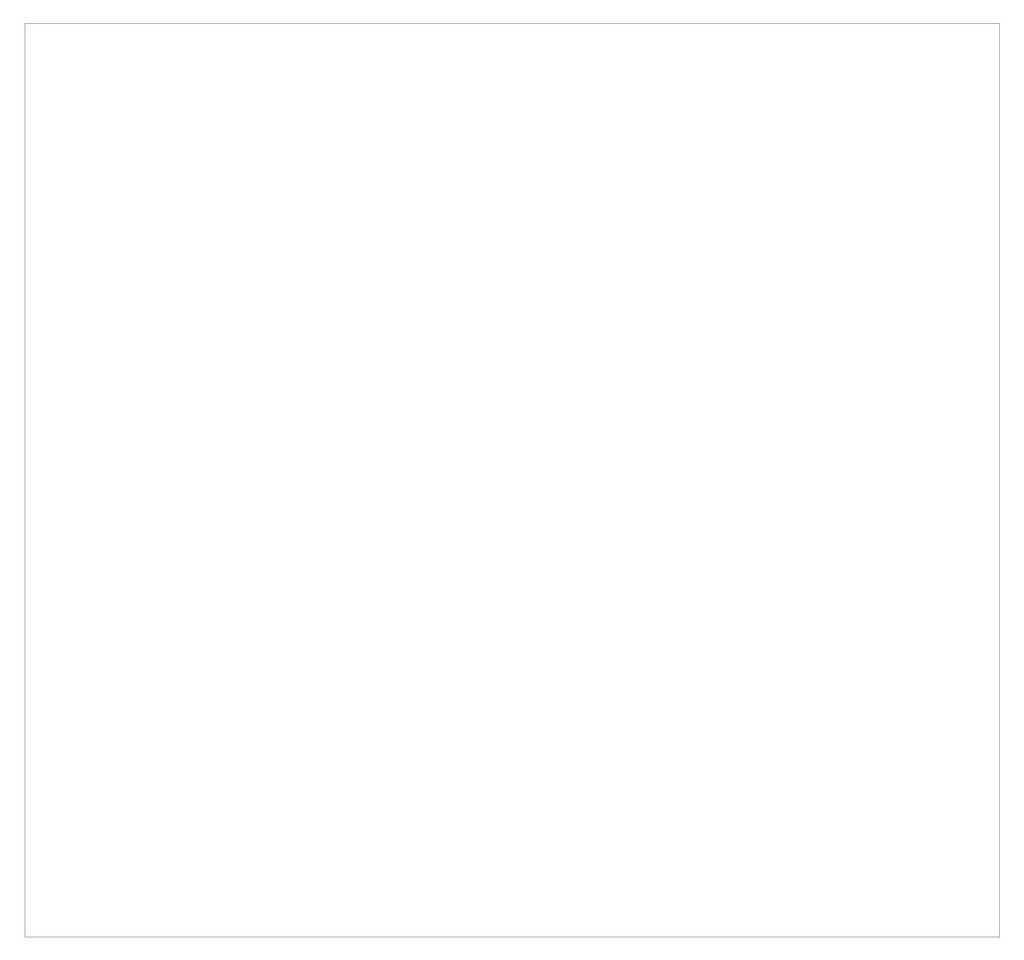
<source format=gbr>
G04 #@! TF.GenerationSoftware,KiCad,Pcbnew,(5.1.0)-1*
G04 #@! TF.CreationDate,2019-05-23T16:12:52+02:00*
G04 #@! TF.ProjectId,load_card,6c6f6164-5f63-4617-9264-2e6b69636164,1.1*
G04 #@! TF.SameCoordinates,Original*
G04 #@! TF.FileFunction,Profile,NP*
%FSLAX46Y46*%
G04 Gerber Fmt 4.6, Leading zero omitted, Abs format (unit mm)*
G04 Created by KiCad (PCBNEW (5.1.0)-1) date 2019-05-23 16:12:52*
%MOMM*%
%LPD*%
G04 APERTURE LIST*
%ADD10C,0.050000*%
G04 APERTURE END LIST*
D10*
X14400000Y-13900000D02*
X174400000Y-13900000D01*
X14400000Y-163900000D02*
X14400000Y-13900000D01*
X174400000Y-163900000D02*
X14400000Y-163900000D01*
X174400000Y-13900000D02*
X174400000Y-163900000D01*
M02*

</source>
